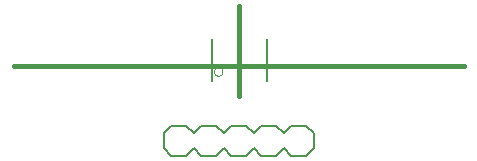
<source format=gto>
G75*
G70*
%OFA0B0*%
%FSLAX24Y24*%
%IPPOS*%
%LPD*%
%AMOC8*
5,1,8,0,0,1.08239X$1,22.5*
%
%ADD10C,0.0160*%
%ADD11C,0.0060*%
%ADD12C,0.0020*%
%ADD13C,0.0050*%
%ADD14C,0.0080*%
D10*
X008168Y002650D02*
X008168Y005650D01*
X000668Y003650D02*
X015668Y003650D01*
D11*
X009125Y003145D02*
X009125Y004565D01*
X007265Y004565D02*
X007265Y003145D01*
D12*
X007345Y003465D02*
X007347Y003488D01*
X007353Y003510D01*
X007362Y003532D01*
X007375Y003551D01*
X007390Y003568D01*
X007408Y003582D01*
X007429Y003593D01*
X007451Y003601D01*
X007473Y003605D01*
X007497Y003605D01*
X007519Y003601D01*
X007541Y003593D01*
X007562Y003582D01*
X007580Y003568D01*
X007595Y003551D01*
X007608Y003532D01*
X007617Y003510D01*
X007623Y003488D01*
X007625Y003465D01*
X007623Y003442D01*
X007617Y003420D01*
X007608Y003398D01*
X007595Y003379D01*
X007580Y003362D01*
X007562Y003348D01*
X007541Y003337D01*
X007519Y003329D01*
X007497Y003325D01*
X007473Y003325D01*
X007451Y003329D01*
X007429Y003337D01*
X007408Y003348D01*
X007390Y003362D01*
X007375Y003379D01*
X007362Y003398D01*
X007353Y003420D01*
X007347Y003442D01*
X007345Y003465D01*
D13*
X006668Y003650D02*
X009668Y003650D01*
X008168Y002650D02*
X008168Y005150D01*
D14*
X005668Y000900D02*
X005918Y000650D01*
X006418Y000650D01*
X006668Y000900D01*
X006918Y000650D01*
X007418Y000650D01*
X007668Y000900D01*
X007918Y000650D01*
X008418Y000650D01*
X008668Y000900D01*
X008918Y000650D01*
X009418Y000650D01*
X009668Y000900D01*
X009918Y000650D01*
X010418Y000650D01*
X010668Y000900D01*
X010668Y001400D01*
X010418Y001650D01*
X009918Y001650D01*
X009668Y001400D01*
X009418Y001650D01*
X008918Y001650D01*
X008668Y001400D01*
X008418Y001650D01*
X007918Y001650D01*
X007668Y001400D01*
X007418Y001650D01*
X006918Y001650D01*
X006668Y001400D01*
X006418Y001650D01*
X005918Y001650D01*
X005668Y001400D01*
X005668Y000900D01*
M02*

</source>
